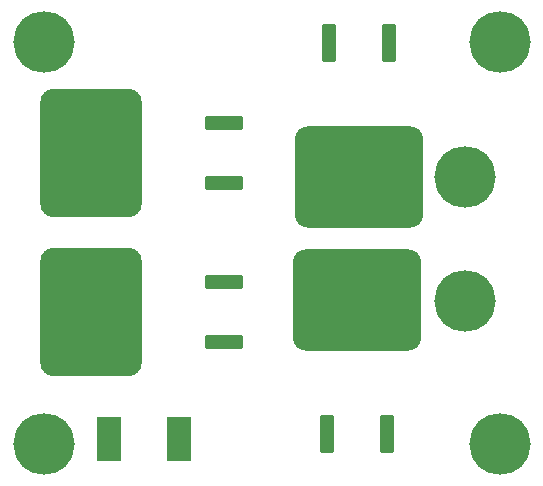
<source format=gbs>
G04*
G04 #@! TF.GenerationSoftware,Altium Limited,Altium Designer,18.1.11 (251)*
G04*
G04 Layer_Color=16711935*
%FSLAX44Y44*%
%MOMM*%
G71*
G01*
G75*
%ADD35C,5.2032*%
G04:AMPARAMS|DCode=58|XSize=8.5852mm|YSize=10.8712mm|CornerRadius=1.1494mm|HoleSize=0mm|Usage=FLASHONLY|Rotation=90.000|XOffset=0mm|YOffset=0mm|HoleType=Round|Shape=RoundedRectangle|*
%AMROUNDEDRECTD58*
21,1,8.5852,8.5725,0,0,90.0*
21,1,6.2865,10.8712,0,0,90.0*
1,1,2.2987,4.2863,3.1433*
1,1,2.2987,4.2863,-3.1433*
1,1,2.2987,-4.2863,-3.1433*
1,1,2.2987,-4.2863,3.1433*
%
%ADD58ROUNDEDRECTD58*%
G04:AMPARAMS|DCode=59|XSize=3.2512mm|YSize=1.2192mm|CornerRadius=0.2286mm|HoleSize=0mm|Usage=FLASHONLY|Rotation=90.000|XOffset=0mm|YOffset=0mm|HoleType=Round|Shape=RoundedRectangle|*
%AMROUNDEDRECTD59*
21,1,3.2512,0.7620,0,0,90.0*
21,1,2.7940,1.2192,0,0,90.0*
1,1,0.4572,0.3810,1.3970*
1,1,0.4572,0.3810,-1.3970*
1,1,0.4572,-0.3810,-1.3970*
1,1,0.4572,-0.3810,1.3970*
%
%ADD59ROUNDEDRECTD59*%
%ADD60R,2.0532X3.7532*%
G04:AMPARAMS|DCode=61|XSize=8.5852mm|YSize=10.8712mm|CornerRadius=1.1494mm|HoleSize=0mm|Usage=FLASHONLY|Rotation=0.000|XOffset=0mm|YOffset=0mm|HoleType=Round|Shape=RoundedRectangle|*
%AMROUNDEDRECTD61*
21,1,8.5852,8.5725,0,0,0.0*
21,1,6.2865,10.8712,0,0,0.0*
1,1,2.2987,3.1433,-4.2863*
1,1,2.2987,-3.1433,-4.2863*
1,1,2.2987,-3.1433,4.2863*
1,1,2.2987,3.1433,4.2863*
%
%ADD61ROUNDEDRECTD61*%
G04:AMPARAMS|DCode=62|XSize=3.2512mm|YSize=1.2192mm|CornerRadius=0.2286mm|HoleSize=0mm|Usage=FLASHONLY|Rotation=0.000|XOffset=0mm|YOffset=0mm|HoleType=Round|Shape=RoundedRectangle|*
%AMROUNDEDRECTD62*
21,1,3.2512,0.7620,0,0,0.0*
21,1,2.7940,1.2192,0,0,0.0*
1,1,0.4572,1.3970,-0.3810*
1,1,0.4572,-1.3970,-0.3810*
1,1,0.4572,-1.3970,0.3810*
1,1,0.4572,1.3970,0.3810*
%
%ADD62ROUNDEDRECTD62*%
D35*
X29210Y29210D02*
D03*
Y369570D02*
D03*
X415290D02*
D03*
Y29210D02*
D03*
X386080Y149860D02*
D03*
Y255270D02*
D03*
D58*
X295910D02*
D03*
X294640Y150495D02*
D03*
D59*
X321310Y368300D02*
D03*
X270510D02*
D03*
X269240Y37465D02*
D03*
X320040D02*
D03*
D60*
X84800Y33020D02*
D03*
X143800D02*
D03*
D61*
X69215Y140970D02*
D03*
Y275590D02*
D03*
D62*
X182245Y115570D02*
D03*
Y166370D02*
D03*
Y250190D02*
D03*
Y300990D02*
D03*
M02*

</source>
